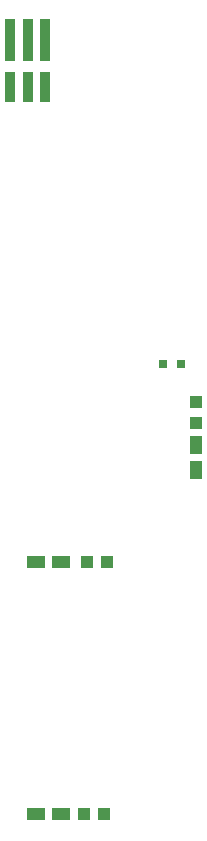
<source format=gbr>
G04 EAGLE Gerber RS-274X export*
G75*
%MOMM*%
%FSLAX34Y34*%
%LPD*%
%INSolderpaste Top*%
%IPPOS*%
%AMOC8*
5,1,8,0,0,1.08239X$1,22.5*%
G01*
%ADD10R,0.800000X0.800000*%
%ADD11R,0.850000X3.550000*%
%ADD12R,0.850000X2.650000*%
%ADD13R,1.000000X1.100000*%
%ADD14R,1.100000X1.000000*%
%ADD15R,1.000000X1.500000*%
%ADD16R,1.500000X1.000000*%


D10*
X160140Y579120D03*
X175140Y579120D03*
D11*
X60720Y853410D03*
X45720Y853410D03*
X30720Y853410D03*
D12*
X60720Y814410D03*
X45720Y814410D03*
X30720Y814410D03*
D13*
X95640Y411480D03*
X112640Y411480D03*
D14*
X187960Y529980D03*
X187960Y546980D03*
D13*
X93100Y198120D03*
X110100Y198120D03*
D15*
X187960Y489855D03*
X187960Y510905D03*
D16*
X52975Y411480D03*
X74025Y411480D03*
X52975Y198120D03*
X74025Y198120D03*
M02*

</source>
